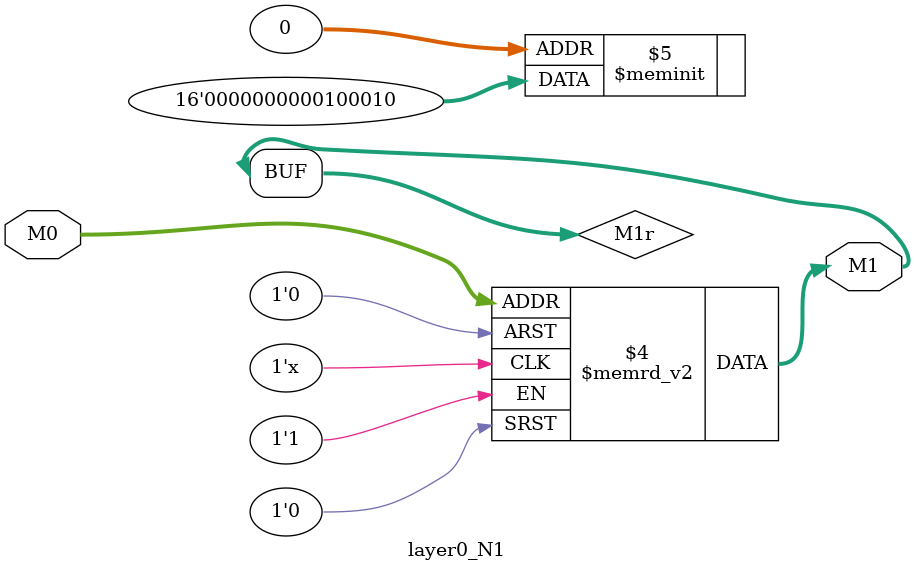
<source format=v>
module layer0_N1 ( input [2:0] M0, output [1:0] M1 );

	(*rom_style = "distributed" *) reg [1:0] M1r;
	assign M1 = M1r;
	always @ (M0) begin
		case (M0)
			3'b000: M1r = 2'b10;
			3'b100: M1r = 2'b00;
			3'b010: M1r = 2'b10;
			3'b110: M1r = 2'b00;
			3'b001: M1r = 2'b00;
			3'b101: M1r = 2'b00;
			3'b011: M1r = 2'b00;
			3'b111: M1r = 2'b00;

		endcase
	end
endmodule

</source>
